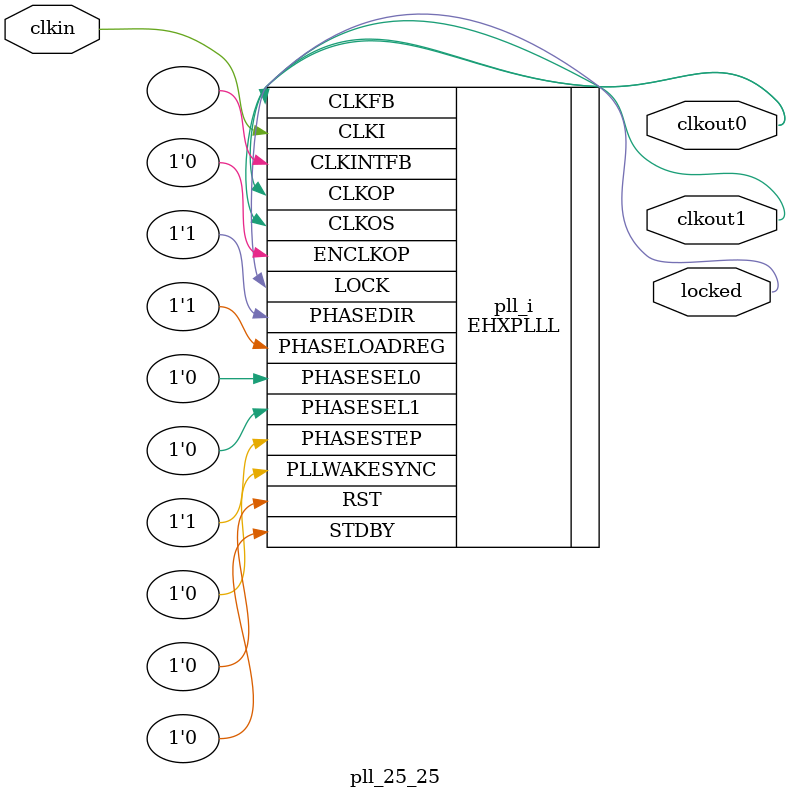
<source format=v>
module pll_25_25
(
    input clkin, // 25 MHz, 0 deg
    output clkout0, // 25 MHz, 0 deg
    output clkout1, // 25 MHz, 0 deg
    output locked
);
(* FREQUENCY_PIN_CLKI="25" *)
(* FREQUENCY_PIN_CLKOP="25" *)
(* FREQUENCY_PIN_CLKOS="25" *)
(* ICP_CURRENT="12" *) (* LPF_RESISTOR="8" *) (* MFG_ENABLE_FILTEROPAMP="1" *) (* MFG_GMCREF_SEL="2" *)
EHXPLLL #(
        .PLLRST_ENA("DISABLED"),
        .INTFB_WAKE("DISABLED"),
        .STDBY_ENABLE("DISABLED"),
        .DPHASE_SOURCE("DISABLED"),
        .OUTDIVIDER_MUXA("DIVA"),
        .OUTDIVIDER_MUXB("DIVB"),
        .OUTDIVIDER_MUXC("DIVC"),
        .OUTDIVIDER_MUXD("DIVD"),
        .CLKI_DIV(1),
        .CLKOP_ENABLE("ENABLED"),
        .CLKOP_DIV(24),
        .CLKOP_CPHASE(11),
        .CLKOP_FPHASE(0),
        .CLKOS_ENABLE("ENABLED"),
        .CLKOS_DIV(24),
        .CLKOS_CPHASE(11),
        .CLKOS_FPHASE(0),
        .FEEDBK_PATH("CLKOP"),
        .CLKFB_DIV(1)
    ) pll_i (
        .RST(1'b0),
        .STDBY(1'b0),
        .CLKI(clkin),
        .CLKOP(clkout0),
        .CLKOS(clkout1),
        .CLKFB(clkout0),
        .CLKINTFB(),
        .PHASESEL0(1'b0),
        .PHASESEL1(1'b0),
        .PHASEDIR(1'b1),
        .PHASESTEP(1'b1),
        .PHASELOADREG(1'b1),
        .PLLWAKESYNC(1'b0),
        .ENCLKOP(1'b0),
        .LOCK(locked)
	);
endmodule

</source>
